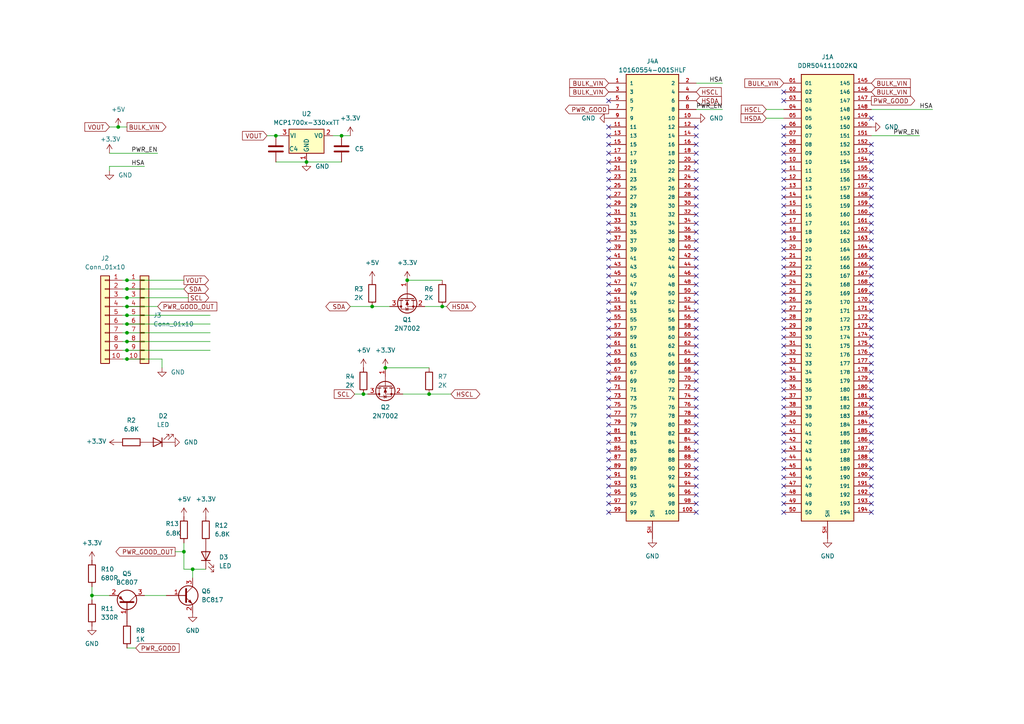
<source format=kicad_sch>
(kicad_sch (version 20250114) (generator "eeschema") (generator_version "9.0")
  (paper "A4")
  (junction (at 111.76 106.68))
  (junction (at 53.34 160.02))
  (junction (at 105.41 114.3))
  (junction (at 36.83 93.98))
  (junction (at 34.29 36.83))
  (junction (at 36.83 99.06))
  (junction (at 36.83 88.9))
  (junction (at 55.88 165.1))
  (junction (at 26.67 172.72))
  (junction (at 128.27 88.9))
  (junction (at 36.83 86.36))
  (junction (at 36.83 83.82))
  (junction (at 124.46 114.3))
  (junction (at 118.11 81.28))
  (junction (at 88.9 46.99))
  (junction (at 36.83 104.14))
  (junction (at 36.83 81.28))
  (junction (at 36.83 101.6))
  (junction (at 36.83 96.52))
  (junction (at 36.83 91.44))
  (junction (at 99.06 39.37))
  (junction (at 80.01 39.37))
  (junction (at 107.95 88.9))
  (no_connect (at 252.73 102.87))
  (no_connect (at 176.53 97.79))
  (no_connect (at 252.73 140.97))
  (no_connect (at 176.53 29.21))
  (no_connect (at 227.33 113.03))
  (no_connect (at 252.73 118.11))
  (no_connect (at 201.93 82.55))
  (no_connect (at 252.73 82.55))
  (no_connect (at 227.33 74.93))
  (no_connect (at 176.53 67.31))
  (no_connect (at 227.33 123.19))
  (no_connect (at 201.93 77.47))
  (no_connect (at 252.73 135.89))
  (no_connect (at 201.93 44.45))
  (no_connect (at 252.73 80.01))
  (no_connect (at 252.73 138.43))
  (no_connect (at 176.53 125.73))
  (no_connect (at 227.33 85.09))
  (no_connect (at 252.73 143.51))
  (no_connect (at 252.73 69.85))
  (no_connect (at 227.33 92.71))
  (no_connect (at 201.93 90.17))
  (no_connect (at 227.33 100.33))
  (no_connect (at 227.33 105.41))
  (no_connect (at 176.53 102.87))
  (no_connect (at 201.93 115.57))
  (no_connect (at 227.33 29.21))
  (no_connect (at 227.33 69.85))
  (no_connect (at 176.53 113.03))
  (no_connect (at 227.33 44.45))
  (no_connect (at 227.33 95.25))
  (no_connect (at 252.73 146.05))
  (no_connect (at 227.33 36.83))
  (no_connect (at 176.53 46.99))
  (no_connect (at 201.93 57.15))
  (no_connect (at 227.33 97.79))
  (no_connect (at 252.73 67.31))
  (no_connect (at 227.33 52.07))
  (no_connect (at 227.33 67.31))
  (no_connect (at 252.73 62.23))
  (no_connect (at 252.73 92.71))
  (no_connect (at 227.33 107.95))
  (no_connect (at 176.53 146.05))
  (no_connect (at 252.73 97.79))
  (no_connect (at 227.33 49.53))
  (no_connect (at 201.93 100.33))
  (no_connect (at 252.73 105.41))
  (no_connect (at 201.93 80.01))
  (no_connect (at 252.73 115.57))
  (no_connect (at 201.93 36.83))
  (no_connect (at 201.93 125.73))
  (no_connect (at 201.93 128.27))
  (no_connect (at 227.33 59.69))
  (no_connect (at 227.33 120.65))
  (no_connect (at 201.93 133.35))
  (no_connect (at 201.93 138.43))
  (no_connect (at 227.33 41.91))
  (no_connect (at 227.33 72.39))
  (no_connect (at 252.73 77.47))
  (no_connect (at 201.93 148.59))
  (no_connect (at 176.53 64.77))
  (no_connect (at 227.33 77.47))
  (no_connect (at 176.53 100.33))
  (no_connect (at 176.53 135.89))
  (no_connect (at 227.33 125.73))
  (no_connect (at 201.93 140.97))
  (no_connect (at 176.53 133.35))
  (no_connect (at 176.53 49.53))
  (no_connect (at 176.53 105.41))
  (no_connect (at 201.93 74.93))
  (no_connect (at 176.53 138.43))
  (no_connect (at 252.73 59.69))
  (no_connect (at 252.73 64.77))
  (no_connect (at 176.53 77.47))
  (no_connect (at 201.93 135.89))
  (no_connect (at 176.53 80.01))
  (no_connect (at 176.53 36.83))
  (no_connect (at 201.93 92.71))
  (no_connect (at 227.33 118.11))
  (no_connect (at 201.93 130.81))
  (no_connect (at 227.33 62.23))
  (no_connect (at 201.93 107.95))
  (no_connect (at 176.53 82.55))
  (no_connect (at 176.53 120.65))
  (no_connect (at 176.53 87.63))
  (no_connect (at 227.33 128.27))
  (no_connect (at 227.33 133.35))
  (no_connect (at 252.73 85.09))
  (no_connect (at 227.33 80.01))
  (no_connect (at 252.73 148.59))
  (no_connect (at 227.33 39.37))
  (no_connect (at 252.73 90.17))
  (no_connect (at 176.53 57.15))
  (no_connect (at 201.93 64.77))
  (no_connect (at 201.93 146.05))
  (no_connect (at 252.73 133.35))
  (no_connect (at 176.53 118.11))
  (no_connect (at 176.53 52.07))
  (no_connect (at 252.73 54.61))
  (no_connect (at 201.93 95.25))
  (no_connect (at 201.93 59.69))
  (no_connect (at 252.73 49.53))
  (no_connect (at 252.73 95.25))
  (no_connect (at 201.93 120.65))
  (no_connect (at 201.93 113.03))
  (no_connect (at 227.33 135.89))
  (no_connect (at 252.73 110.49))
  (no_connect (at 201.93 39.37))
  (no_connect (at 227.33 54.61))
  (no_connect (at 227.33 140.97))
  (no_connect (at 227.33 146.05))
  (no_connect (at 201.93 54.61))
  (no_connect (at 201.93 105.41))
  (no_connect (at 227.33 46.99))
  (no_connect (at 252.73 74.93))
  (no_connect (at 176.53 44.45))
  (no_connect (at 201.93 41.91))
  (no_connect (at 227.33 110.49))
  (no_connect (at 201.93 118.11))
  (no_connect (at 176.53 92.71))
  (no_connect (at 176.53 69.85))
  (no_connect (at 176.53 143.51))
  (no_connect (at 252.73 87.63))
  (no_connect (at 176.53 54.61))
  (no_connect (at 227.33 115.57))
  (no_connect (at 176.53 90.17))
  (no_connect (at 176.53 95.25))
  (no_connect (at 201.93 123.19))
  (no_connect (at 252.73 72.39))
  (no_connect (at 176.53 140.97))
  (no_connect (at 176.53 62.23))
  (no_connect (at 176.53 74.93))
  (no_connect (at 252.73 123.19))
  (no_connect (at 176.53 115.57))
  (no_connect (at 201.93 97.79))
  (no_connect (at 201.93 102.87))
  (no_connect (at 227.33 143.51))
  (no_connect (at 227.33 64.77))
  (no_connect (at 201.93 143.51))
  (no_connect (at 227.33 148.59))
  (no_connect (at 201.93 110.49))
  (no_connect (at 252.73 113.03))
  (no_connect (at 252.73 44.45))
  (no_connect (at 227.33 90.17))
  (no_connect (at 176.53 148.59))
  (no_connect (at 201.93 67.31))
  (no_connect (at 201.93 52.07))
  (no_connect (at 252.73 128.27))
  (no_connect (at 201.93 87.63))
  (no_connect (at 252.73 130.81))
  (no_connect (at 176.53 85.09))
  (no_connect (at 227.33 57.15))
  (no_connect (at 176.53 72.39))
  (no_connect (at 252.73 52.07))
  (no_connect (at 176.53 130.81))
  (no_connect (at 201.93 72.39))
  (no_connect (at 252.73 57.15))
  (no_connect (at 176.53 128.27))
  (no_connect (at 201.93 69.85))
  (no_connect (at 227.33 26.67))
  (no_connect (at 227.33 87.63))
  (no_connect (at 176.53 123.19))
  (no_connect (at 252.73 120.65))
  (no_connect (at 201.93 49.53))
  (no_connect (at 201.93 62.23))
  (no_connect (at 227.33 130.81))
  (no_connect (at 252.73 107.95))
  (no_connect (at 252.73 125.73))
  (no_connect (at 201.93 85.09))
  (no_connect (at 252.73 41.91))
  (no_connect (at 176.53 39.37))
  (no_connect (at 227.33 102.87))
  (no_connect (at 252.73 100.33))
  (no_connect (at 252.73 34.29))
  (no_connect (at 176.53 41.91))
  (no_connect (at 227.33 138.43))
  (no_connect (at 176.53 59.69))
  (no_connect (at 227.33 82.55))
  (no_connect (at 176.53 107.95))
  (no_connect (at 252.73 46.99))
  (no_connect (at 176.53 110.49))
  (no_connect (at 201.93 46.99))
  (wire (pts (xy 266.7 39.37) (xy 252.73 39.37)))
  (wire (pts (xy 36.83 88.9) (xy 45.72 88.9)))
  (wire (pts (xy 36.83 91.44) (xy 35.56 91.44)))
  (wire (pts (xy 59.69 165.1) (xy 55.88 165.1)))
  (wire (pts (xy 80.01 39.37) (xy 77.47 39.37)))
  (wire (pts (xy 41.91 172.72) (xy 48.26 172.72)))
  (wire (pts (xy 101.6 88.9) (xy 107.95 88.9)))
  (wire (pts (xy 31.75 48.26) (xy 31.75 49.53)))
  (wire (pts (xy 53.34 160.02) (xy 53.34 165.1)))
  (wire (pts (xy 123.19 88.9) (xy 128.27 88.9)))
  (wire (pts (xy 36.83 81.28) (xy 35.56 81.28)))
  (wire (pts (xy 36.83 99.06) (xy 35.56 99.06)))
  (wire (pts (xy 129.54 88.9) (xy 128.27 88.9)))
  (wire (pts (xy 36.83 93.98) (xy 35.56 93.98)))
  (wire (pts (xy 26.67 172.72) (xy 26.67 173.99)))
  (wire (pts (xy 96.52 39.37) (xy 99.06 39.37)))
  (wire (pts (xy 222.25 31.75) (xy 227.33 31.75)))
  (wire (pts (xy 222.25 34.29) (xy 227.33 34.29)))
  (wire (pts (xy 36.83 86.36) (xy 35.56 86.36)))
  (wire (pts (xy 36.83 104.14) (xy 46.99 104.14)))
  (wire (pts (xy 36.83 83.82) (xy 35.56 83.82)))
  (wire (pts (xy 46.99 106.68) (xy 46.99 104.14)))
  (wire (pts (xy 102.87 114.3) (xy 105.41 114.3)))
  (wire (pts (xy 99.06 39.37) (xy 101.6 39.37)))
  (wire (pts (xy 80.01 46.99) (xy 88.9 46.99)))
  (wire (pts (xy 36.83 104.14) (xy 35.56 104.14)))
  (wire (pts (xy 252.73 31.75) (xy 270.51 31.75)))
  (wire (pts (xy 36.83 99.06) (xy 60.96 99.06)))
  (wire (pts (xy 209.55 24.13) (xy 201.93 24.13)))
  (wire (pts (xy 41.91 48.26) (xy 31.75 48.26)))
  (wire (pts (xy 116.84 114.3) (xy 124.46 114.3)))
  (wire (pts (xy 80.01 39.37) (xy 81.28 39.37)))
  (wire (pts (xy 124.46 114.3) (xy 130.81 114.3)))
  (wire (pts (xy 31.75 36.83) (xy 34.29 36.83)))
  (wire (pts (xy 36.83 96.52) (xy 35.56 96.52)))
  (wire (pts (xy 53.34 157.48) (xy 53.34 160.02)))
  (wire (pts (xy 50.8 160.02) (xy 53.34 160.02)))
  (wire (pts (xy 26.67 172.72) (xy 31.75 172.72)))
  (wire (pts (xy 31.75 44.45) (xy 45.72 44.45)))
  (wire (pts (xy 36.83 93.98) (xy 60.96 93.98)))
  (wire (pts (xy 105.41 114.3) (xy 106.68 114.3)))
  (wire (pts (xy 111.76 106.68) (xy 124.46 106.68)))
  (wire (pts (xy 26.67 170.18) (xy 26.67 172.72)))
  (wire (pts (xy 36.83 101.6) (xy 60.96 101.6)))
  (wire (pts (xy 107.95 88.9) (xy 113.03 88.9)))
  (wire (pts (xy 36.83 91.44) (xy 60.96 91.44)))
  (wire (pts (xy 34.29 36.83) (xy 36.83 36.83)))
  (wire (pts (xy 209.55 31.75) (xy 201.93 31.75)))
  (wire (pts (xy 36.83 101.6) (xy 35.56 101.6)))
  (wire (pts (xy 55.88 165.1) (xy 55.88 167.64)))
  (wire (pts (xy 55.88 165.1) (xy 53.34 165.1)))
  (wire (pts (xy 36.83 88.9) (xy 35.56 88.9)))
  (wire (pts (xy 36.83 96.52) (xy 60.96 96.52)))
  (wire (pts (xy 36.83 81.28) (xy 53.34 81.28)))
  (wire (pts (xy 39.37 187.96) (xy 36.83 187.96)))
  (wire (pts (xy 36.83 83.82) (xy 53.34 83.82)))
  (wire (pts (xy 88.9 46.99) (xy 99.06 46.99)))
  (wire (pts (xy 36.83 86.36) (xy 54.61 86.36)))
  (wire (pts (xy 118.11 81.28) (xy 128.27 81.28)))
  (label "PWR_EN" (at 266.7 39.37 180))
  (label "HSA" (at 270.51 31.75 180))
  (label "PWR_EN" (at 209.55 31.75 180))
  (label "PWR_EN" (at 45.72 44.45 180))
  (label "HSA" (at 209.55 24.13 180))
  (label "HSA" (at 41.91 48.26 180))
  (global_label "HSCL" (shape input) (at 222.25 31.75 180) (property "Intersheetrefs" "${INTERSHEET_REFS}" (effects (hide yes))))
  (global_label "PWR_GOOD" (shape output) (at 176.53 31.75 180) (property "Intersheetrefs" "${INTERSHEET_REFS}" (effects (hide yes))))
  (global_label "HSCL" (shape input) (at 201.93 26.67 0) (property "Intersheetrefs" "${INTERSHEET_REFS}" (effects (hide yes))))
  (global_label "SCL" (shape output) (at 54.61 86.36 0) (property "Intersheetrefs" "${INTERSHEET_REFS}" (effects (hide yes))))
  (global_label "VOUT" (shape output) (at 53.34 81.28 0) (property "Intersheetrefs" "${INTERSHEET_REFS}" (effects (hide yes))))
  (global_label "PWR_GOOD_OUT" (shape input) (at 45.72 88.9 0) (property "Intersheetrefs" "${INTERSHEET_REFS}" (effects (hide yes))))
  (global_label "BULK_VIN" (shape input) (at 252.73 26.67 0) (property "Intersheetrefs" "${INTERSHEET_REFS}" (effects (hide yes))))
  (global_label "BULK_VIN" (shape input) (at 227.33 24.13 180) (property "Intersheetrefs" "${INTERSHEET_REFS}" (effects (hide yes))))
  (global_label "SDA" (shape bidirectional) (at 101.6 88.9 180) (property "Intersheetrefs" "${INTERSHEET_REFS}" (effects (hide yes))))
  (global_label "HSDA" (shape input) (at 201.93 29.21 0) (property "Intersheetrefs" "${INTERSHEET_REFS}" (effects (hide yes))))
  (global_label "SDA" (shape bidirectional) (at 53.34 83.82 0) (property "Intersheetrefs" "${INTERSHEET_REFS}" (effects (hide yes))))
  (global_label "BULK_VIN" (shape input) (at 252.73 24.13 0) (property "Intersheetrefs" "${INTERSHEET_REFS}" (effects (hide yes))))
  (global_label "BULK_VIN" (shape input) (at 176.53 26.67 180) (property "Intersheetrefs" "${INTERSHEET_REFS}" (effects (hide yes))))
  (global_label "HSCL" (shape bidirectional) (at 130.81 114.3 0) (property "Intersheetrefs" "${INTERSHEET_REFS}" (effects (hide yes))))
  (global_label "PWR_GOOD_OUT" (shape output) (at 50.8 160.02 180) (property "Intersheetrefs" "${INTERSHEET_REFS}" (effects (hide yes))))
  (global_label "HSDA" (shape bidirectional) (at 129.54 88.9 0) (property "Intersheetrefs" "${INTERSHEET_REFS}" (effects (hide yes))))
  (global_label "BULK_VIN" (shape output) (at 36.83 36.83 0) (property "Intersheetrefs" "${INTERSHEET_REFS}" (effects (hide yes))))
  (global_label "VOUT" (shape input) (at 77.47 39.37 180) (property "Intersheetrefs" "${INTERSHEET_REFS}" (effects (hide yes))))
  (global_label "HSDA" (shape input) (at 222.25 34.29 180) (property "Intersheetrefs" "${INTERSHEET_REFS}" (effects (hide yes))))
  (global_label "PWR_GOOD" (shape output) (at 252.73 29.21 0) (property "Intersheetrefs" "${INTERSHEET_REFS}" (effects (hide yes))))
  (global_label "SCL" (shape input) (at 102.87 114.3 180) (property "Intersheetrefs" "${INTERSHEET_REFS}" (effects (hide yes))))
  (global_label "PWR_GOOD" (shape input) (at 39.37 187.96 0) (property "Intersheetrefs" "${INTERSHEET_REFS}" (effects (hide yes))))
  (global_label "VOUT" (shape input) (at 31.75 36.83 180) (property "Intersheetrefs" "${INTERSHEET_REFS}" (effects (hide yes))))
  (global_label "BULK_VIN" (shape input) (at 176.53 24.13 180) (property "Intersheetrefs" "${INTERSHEET_REFS}" (effects (hide yes))))
  (symbol (lib_id "Device:R") (at 53.34 153.67 180) (unit 1)
    (property "Reference" "R13" (at 48.006 151.892 0) (effects (justify right)))
    (property "Value" "6.8K" (at 48.006 154.686 0) (effects (justify right)))
    (property "Footprint" "Resistor_SMD:R_0805_2012Metric" (effects (hide yes)))
    (property "szlcsc_partnum" "C2907315" (effects (hide yes)))
  )
  (symbol (lib_id "Device:LED") (at 45.72 128.27 180) (unit 1)
    (property "Reference" "D2" (at 47.3075 120.65 0))
    (property "Value" "LED" (at 47.3075 123.19 0))
    (property "Footprint" "LED_SMD:LED_0805_2012Metric" (effects (hide yes)))
  )
  (symbol (lib_id "power:GND") (at 26.67 181.61 0) (unit 1)
    (property "Reference" "#PWR022" (effects (hide yes)))
    (property "Value" "GND" (at 26.67 186.69 0))
  )
  (symbol (lib_id "power:+3.3V") (at 118.11 81.28 0) (unit 1)
    (property "Reference" "#PWR012" (effects (hide yes)))
    (property "Value" "+3.3V" (at 118.11 76.2 0))
    (property "Description" "Power symbol creates a global label with name \"+3.3V\"" (effects (hide yes)))
  )
  (symbol (lib_id "power:GND") (at 252.73 36.83 90) (unit 1)
    (property "Reference" "#PWR013" (effects (hide yes)))
    (property "Value" "GND" (at 256.54 36.8299 90) (effects (justify right)))
  )
  (symbol (lib_id "Transistor_BJT:BC817") (at 53.34 172.72 0) (unit 1)
    (property "Reference" "Q6" (at 58.42 171.4499 0) (effects (justify left)))
    (property "Value" "BC817" (at 58.42 173.9899 0) (effects (justify left)))
    (property "Footprint" "Package_TO_SOT_SMD:SOT-23" (effects (hide yes)))
    (property "Datasheet" "https://www.onsemi.com/pub/Collateral/BC818-D.pdf" (effects (hide yes)))
    (property "Description" "0.8A Ic, 45V Vce, NPN Transistor, SOT-23" (effects (hide yes)))
  )
  (symbol (lib_id "Device:LED") (at 59.69 161.29 90) (unit 1)
    (property "Reference" "D3" (at 63.5 161.6074 90) (effects (justify right)))
    (property "Value" "LED" (at 63.5 164.1474 90) (effects (justify right)))
    (property "Footprint" "LED_SMD:LED_0805_2012Metric" (effects (hide yes)))
  )
  (symbol (lib_id "power:GND") (at 49.53 128.27 90) (unit 1)
    (property "Reference" "#PWR01" (effects (hide yes)))
    (property "Value" "GND" (at 53.34 128.2699 90) (effects (justify right)))
  )
  (symbol (lib_id "Device:R") (at 26.67 166.37 180) (unit 1)
    (property "Reference" "R10" (at 29.21 165.0999 0) (effects (justify right)))
    (property "Value" "680R" (at 29.21 167.6399 0) (effects (justify right)))
    (property "Footprint" "Resistor_SMD:R_0805_2012Metric" (effects (hide yes)))
    (property "szlcsc_partnum" "C2907315" (effects (hide yes)))
  )
  (symbol (lib_id "Device:R") (at 26.67 177.8 180) (unit 1)
    (property "Reference" "R11" (at 29.21 176.5299 0) (effects (justify right)))
    (property "Value" "330R" (at 29.21 179.0699 0) (effects (justify right)))
    (property "Footprint" "Resistor_SMD:R_0805_2012Metric" (effects (hide yes)))
    (property "szlcsc_partnum" "C2907315" (effects (hide yes)))
  )
  (symbol (lib_id "power:+3.3V") (at 34.29 128.27 90) (unit 1)
    (property "Reference" "#PWR07" (effects (hide yes)))
    (property "Value" "+3.3V" (at 27.94 128.016 90))
    (property "Description" "Power symbol creates a global label with name \"+3.3V\"" (effects (hide yes)))
  )
  (symbol (lib_id "Transistor_FET:2N7002") (at 111.76 111.76 90) (mirror x) (unit 1)
    (property "Reference" "Q2" (at 111.76 118.11 90))
    (property "Value" "2N7002" (at 111.76 120.65 90))
    (property "Footprint" "Package_TO_SOT_SMD:SOT-23" (effects (hide yes)))
    (property "Datasheet" "https://www.onsemi.com/pub/Collateral/NDS7002A-D.PDF" (effects (hide yes)))
    (property "Description" "0.115A Id, 60V Vds, N-Channel MOSFET, SOT-23" (effects (hide yes)))
  )
  (symbol (lib_id "Device:R") (at 36.83 184.15 180) (unit 1)
    (property "Reference" "R8" (at 39.37 182.8799 0) (effects (justify right)))
    (property "Value" "1K" (at 39.37 185.4199 0) (effects (justify right)))
    (property "Footprint" "Resistor_SMD:R_0805_2012Metric" (effects (hide yes)))
    (property "szlcsc_partnum" "C2907315" (effects (hide yes)))
  )
  (symbol (lib_id "power:GND") (at 31.75 49.53 0) (unit 1)
    (property "Reference" "#PWR02" (effects (hide yes)))
    (property "Value" "GND" (at 34.29 50.7999 0) (effects (justify left)))
  )
  (symbol (lib_id "Device:R") (at 128.27 85.09 180) (unit 1)
    (property "Reference" "R6" (at 125.73 83.8199 0) (effects (justify left)))
    (property "Value" "2K" (at 125.73 86.3599 0) (effects (justify left)))
    (property "Footprint" "Resistor_SMD:R_0805_2012Metric" (effects (hide yes)))
    (property "szlcsc_partnum" "C2907315" (effects (hide yes)))
  )
  (symbol (lib_id "power:GND") (at 189.23 156.21 0) (unit 1)
    (property "Reference" "#PWR019" (effects (hide yes)))
    (property "Value" "GND" (at 189.23 161.29 0))
  )
  (symbol (lib_id "power:+3.3V") (at 31.75 44.45 0) (unit 1)
    (property "Reference" "#PWR011" (effects (hide yes)))
    (property "Value" "+3.3V" (at 32.004 40.386 0))
    (property "Description" "Power symbol creates a global label with name \"+3.3V\"" (effects (hide yes)))
  )
  (symbol (lib_id "Device:R") (at 59.69 153.67 0) (unit 1)
    (property "Reference" "R12" (at 62.23 152.3999 0) (effects (justify left)))
    (property "Value" "6.8K" (at 62.23 154.9399 0) (effects (justify left)))
    (property "Footprint" "Resistor_SMD:R_0805_2012Metric" (effects (hide yes)))
    (property "szlcsc_partnum" "C2907315" (effects (hide yes)))
  )
  (symbol (lib_id "Device:R") (at 105.41 110.49 0) (mirror x) (unit 1)
    (property "Reference" "R4" (at 102.87 109.2199 0) (effects (justify right)))
    (property "Value" "2K" (at 102.87 111.7599 0) (effects (justify right)))
    (property "Footprint" "Resistor_SMD:R_0805_2012Metric" (effects (hide yes)))
    (property "szlcsc_partnum" "C2907315" (effects (hide yes)))
  )
  (symbol (lib_id "Connector_Generic:Conn_01x10") (at 30.48 91.44 0) (mirror y) (unit 1)
    (property "Reference" "J2" (at 30.48 74.93 0))
    (property "Value" "Conn_01x10" (at 30.48 77.47 0))
    (property "Footprint" "Connector_PinSocket_2.54mm:PinSocket_1x10_P2.54mm_Horizontal" (effects (hide yes)))
  )
  (symbol (lib_id "power:+3.3V") (at 26.67 162.56 0) (unit 1)
    (property "Reference" "#PWR025" (effects (hide yes)))
    (property "Value" "+3.3V" (at 26.67 157.48 0))
    (property "Description" "Power symbol creates a global label with name \"+3.3V\"" (effects (hide yes)))
  )
  (symbol (lib_id "power:GND") (at 201.93 34.29 90) (unit 1)
    (property "Reference" "#PWR018" (effects (hide yes)))
    (property "Value" "GND" (at 205.74 34.2899 90) (effects (justify right)))
  )
  (symbol (lib_id "power:+5V") (at 105.41 106.68 0) (unit 1)
    (property "Reference" "#PWR017" (effects (hide yes)))
    (property "Value" "+5V" (at 105.41 101.6 0))
    (property "Description" "Power symbol creates a global label with name \"+5V\"" (effects (hide yes)))
  )
  (symbol (lib_id "Regulator_Linear:MCP1700x-330xxTT") (at 88.9 39.37 0) (unit 1)
    (property "Reference" "U2" (at 88.9 33.02 0))
    (property "Value" "MCP1700x-330xxTT" (at 88.9 35.56 0))
    (property "Footprint" "Package_TO_SOT_SMD:SOT-23" (effects (hide yes)))
    (property "Datasheet" "http://ww1.microchip.com/downloads/en/DeviceDoc/20001826D.pdf" (effects (hide yes)))
    (property "Description" "250mA Low Quiscent Current LDO, 3.3V output, SOT-23" (effects (hide yes)))
  )
  (symbol (lib_id "power:GND") (at 55.88 177.8 0) (unit 1)
    (property "Reference" "#PWR023" (effects (hide yes)))
    (property "Value" "GND" (at 55.88 182.88 0))
  )
  (symbol (lib_id "Device:C") (at 80.01 43.18 0) (unit 1)
    (property "Reference" "C4" (at 83.82 43.1799 0) (effects (justify left)))
    (property "Value" "10uF/6.3V" (effects (hide yes)))
    (property "Footprint" "Capacitor_SMD:C_0805_2012Metric" (effects (hide yes)))
    (property "Description" "Unpolarized capacitor" (effects (hide yes)))
    (property "szlcsc_partnum" "C602037" (effects (hide yes)))
  )
  (symbol (lib_id "power:GND") (at 88.9 46.99 0) (unit 1)
    (property "Reference" "#PWR03" (effects (hide yes)))
    (property "Value" "GND" (at 91.44 48.2599 0) (effects (justify left)))
  )
  (symbol (lib_id "power:+5V") (at 34.29 36.83 0) (unit 1)
    (property "Reference" "#PWR028" (effects (hide yes)))
    (property "Value" "+5V" (at 34.29 31.75 0))
    (property "Description" "Power symbol creates a global label with name \"+5V\"" (effects (hide yes)))
  )
  (symbol (lib_id "power:GND") (at 46.99 106.68 0) (unit 1)
    (property "Reference" "#PWR06" (effects (hide yes)))
    (property "Value" "GND" (at 49.53 107.9499 0) (effects (justify left)))
  )
  (symbol (lib_id "power:+5V") (at 107.95 81.28 0) (unit 1)
    (property "Reference" "#PWR027" (effects (hide yes)))
    (property "Value" "+5V" (at 107.95 76.2 0))
    (property "Description" "Power symbol creates a global label with name \"+5V\"" (effects (hide yes)))
  )
  (symbol (lib_id "power:+3.3V") (at 101.6 39.37 0) (unit 1)
    (property "Reference" "#PWR05" (effects (hide yes)))
    (property "Value" "+3.3V" (at 101.6 34.29 0))
    (property "Description" "Power symbol creates a global label with name \"+3.3V\"" (effects (hide yes)))
  )
  (symbol (lib_id "Device:R") (at 38.1 128.27 90) (unit 1)
    (property "Reference" "R2" (at 38.1 121.92 90))
    (property "Value" "6.8K" (at 38.1 124.46 90))
    (property "Footprint" "Resistor_SMD:R_0805_2012Metric" (effects (hide yes)))
    (property "szlcsc_partnum" "C2907315" (effects (hide yes)))
  )
  (symbol (lib_id "Transistor_BJT:BC807") (at 36.83 175.26 270) (mirror x) (unit 1)
    (property "Reference" "Q5" (at 36.83 166.37 90))
    (property "Value" "BC807" (at 36.83 168.91 90))
    (property "Footprint" "Package_TO_SOT_SMD:SOT-23" (effects (hide yes)))
    (property "Datasheet" "https://www.onsemi.com/pub/Collateral/BC808-D.pdf" (effects (hide yes)))
    (property "Description" "0.8A Ic, 45V Vce, PNP Transistor, SOT-23" (effects (hide yes)))
  )
  (symbol (lib_id "10160554-001SHLF:10160554-001SHLF") (at 189.23 87.63 0) (unit 1)
    (property "Reference" "J4" (at 189.23 17.78 0))
    (property "Value" "10160554-001SHLF" (at 189.23 20.32 0))
    (property "Footprint" "footprints:AMPHENOL_10160554-001SHLF" (effects (hide yes)))
    (property "MF" "Amphenol" (effects (hide yes)))
    (property "MAXIMUM_PACKAGE_HEIGHT" "23.5mm" (effects (hide yes)))
    (property "Package" "None" (effects (hide yes)))
    (property "Price" "None" (effects (hide yes)))
    (property "Check_prices" "https://www.snapeda.com/parts/10160554001SHLF/Amphenol/view-part/?ref=eda" (effects (hide yes)))
    (property "STANDARD" "Manufacturer Recommendations" (effects (hide yes)))
    (property "PARTREV" "A" (effects (hide yes)))
    (property "SnapEDA_Link" "https://www.snapeda.com/parts/10160554001SHLF/Amphenol/view-part/?ref=snap" (effects (hide yes)))
    (property "MP" "10160554001SHLF" (effects (hide yes)))
    (property "Description_1" "\n                        \n                            DDR5 SODIMM, Storage and Server Connector, Vertical, Surface Mount, 262 Position, 0.5mm Pitch\n                        \n" (effects (hide yes)))
    (property "Availability" "Not in stock" (effects (hide yes)))
    (property "MANUFACTURER" "Amphenol" (effects (hide yes)))
  )
  (symbol (lib_id "Device:R") (at 107.95 85.09 0) (mirror x) (unit 1)
    (property "Reference" "R3" (at 105.41 83.8199 0) (effects (justify right)))
    (property "Value" "2K" (at 105.41 86.3599 0) (effects (justify right)))
    (property "Footprint" "Resistor_SMD:R_0805_2012Metric" (effects (hide yes)))
    (property "szlcsc_partnum" "C2907315" (effects (hide yes)))
  )
  (symbol (lib_id "Connector_Generic:Conn_01x10") (at 41.91 91.44 0) (unit 1)
    (property "Reference" "J3" (at 44.45 91.4399 0) (effects (justify left)))
    (property "Value" "Conn_01x10" (at 44.45 93.9799 0) (effects (justify left)))
    (property "Footprint" "Connector_PinHeader_2.54mm:PinHeader_1x10_P2.54mm_Vertical" (effects (hide yes)))
  )
  (symbol (lib_id "Device:R") (at 124.46 110.49 180) (unit 1)
    (property "Reference" "R7" (at 127 109.2199 0) (effects (justify right)))
    (property "Value" "2K" (at 127 111.7599 0) (effects (justify right)))
    (property "Footprint" "Resistor_SMD:R_0805_2012Metric" (effects (hide yes)))
    (property "szlcsc_partnum" "C2907315" (effects (hide yes)))
  )
  (symbol (lib_id "power:+5V") (at 53.34 149.86 0) (unit 1)
    (property "Reference" "#PWR04" (effects (hide yes)))
    (property "Value" "+5V" (at 53.34 144.78 0))
    (property "Description" "Power symbol creates a global label with name \"+5V\"" (effects (hide yes)))
  )
  (symbol (lib_id "DDR504111002KQ:DDR504111002KQ") (at 240.03 85.09 0) (unit 1)
    (property "Reference" "J1" (at 240.03 16.51 0))
    (property "Value" "DDR504111002KQ" (at 240.03 19.05 0))
    (property "Footprint" "footprints:AMPHENOL_DDR504111002KQ" (effects (hide yes)))
    (property "MF" "Amphenol ICC (FCI)" (effects (hide yes)))
    (property "MAXIMUM_PACKAGE_HEIGHT" "21.30mm" (effects (hide yes)))
    (property "Package" "None" (effects (hide yes)))
    (property "Price" "None" (effects (hide yes)))
    (property "Check_prices" "https://www.snapeda.com/parts/DDR504111002KQ/Amphenol+FCI/view-part/?ref=eda" (effects (hide yes)))
    (property "STANDARD" "Manufacturer Recommendations" (effects (hide yes)))
    (property "PARTREV" "10" (effects (hide yes)))
    (property "SnapEDA_Link" "https://www.snapeda.com/parts/DDR504111002KQ/Amphenol+FCI/view-part/?ref=snap" (effects (hide yes)))
    (property "MP" "DDR504111002KQ" (effects (hide yes)))
    (property "Description_1" "\n                        \n                            DDR5 Memory Module Sockets, Storage and Server System, Vertical, Surface Mount, 288 Position, 0.85mm (0.0335in) pitch, 15μin Gold on Contact Area, Standard Housing and Latch, Metal Tab, Without MYLAR\n                        \n" (effects (hide yes)))
    (property "Availability" "In Stock" (effects (hide yes)))
    (property "MANUFACTURER" "Amphenol" (effects (hide yes)))
  )
  (symbol (lib_id "Transistor_FET:2N7002") (at 118.11 86.36 90) (mirror x) (unit 1)
    (property "Reference" "Q1" (at 118.11 92.71 90))
    (property "Value" "2N7002" (at 118.11 95.25 90))
    (property "Footprint" "Package_TO_SOT_SMD:SOT-23" (effects (hide yes)))
    (property "Datasheet" "https://www.onsemi.com/pub/Collateral/NDS7002A-D.PDF" (effects (hide yes)))
    (property "Description" "0.115A Id, 60V Vds, N-Channel MOSFET, SOT-23" (effects (hide yes)))
  )
  (symbol (lib_id "power:+3.3V") (at 111.76 106.68 0) (unit 1)
    (property "Reference" "#PWR015" (effects (hide yes)))
    (property "Value" "+3.3V" (at 111.76 101.6 0))
    (property "Description" "Power symbol creates a global label with name \"+3.3V\"" (effects (hide yes)))
  )
  (symbol (lib_id "power:+3.3V") (at 59.69 149.86 0) (unit 1)
    (property "Reference" "#PWR024" (effects (hide yes)))
    (property "Value" "+3.3V" (at 59.69 144.78 0))
    (property "Description" "Power symbol creates a global label with name \"+3.3V\"" (effects (hide yes)))
  )
  (symbol (lib_id "power:GND") (at 240.03 156.21 0) (unit 1)
    (property "Reference" "#PWR020" (effects (hide yes)))
    (property "Value" "GND" (at 240.03 161.29 0))
  )
  (symbol (lib_id "Device:C") (at 99.06 43.18 0) (unit 1)
    (property "Reference" "C5" (at 102.87 43.1799 0) (effects (justify left)))
    (property "Value" "10uF/6.3V" (effects (hide yes)))
    (property "Footprint" "Capacitor_SMD:C_0805_2012Metric" (effects (hide yes)))
    (property "Description" "Unpolarized capacitor" (effects (hide yes)))
    (property "szlcsc_partnum" "C602037" (effects (hide yes)))
  )
  (symbol (lib_id "power:GND") (at 176.53 34.29 270) (unit 1)
    (property "Reference" "#PWR016" (effects (hide yes)))
    (property "Value" "GND" (at 172.72 34.2899 90) (effects (justify right)))
  )
)
</source>
